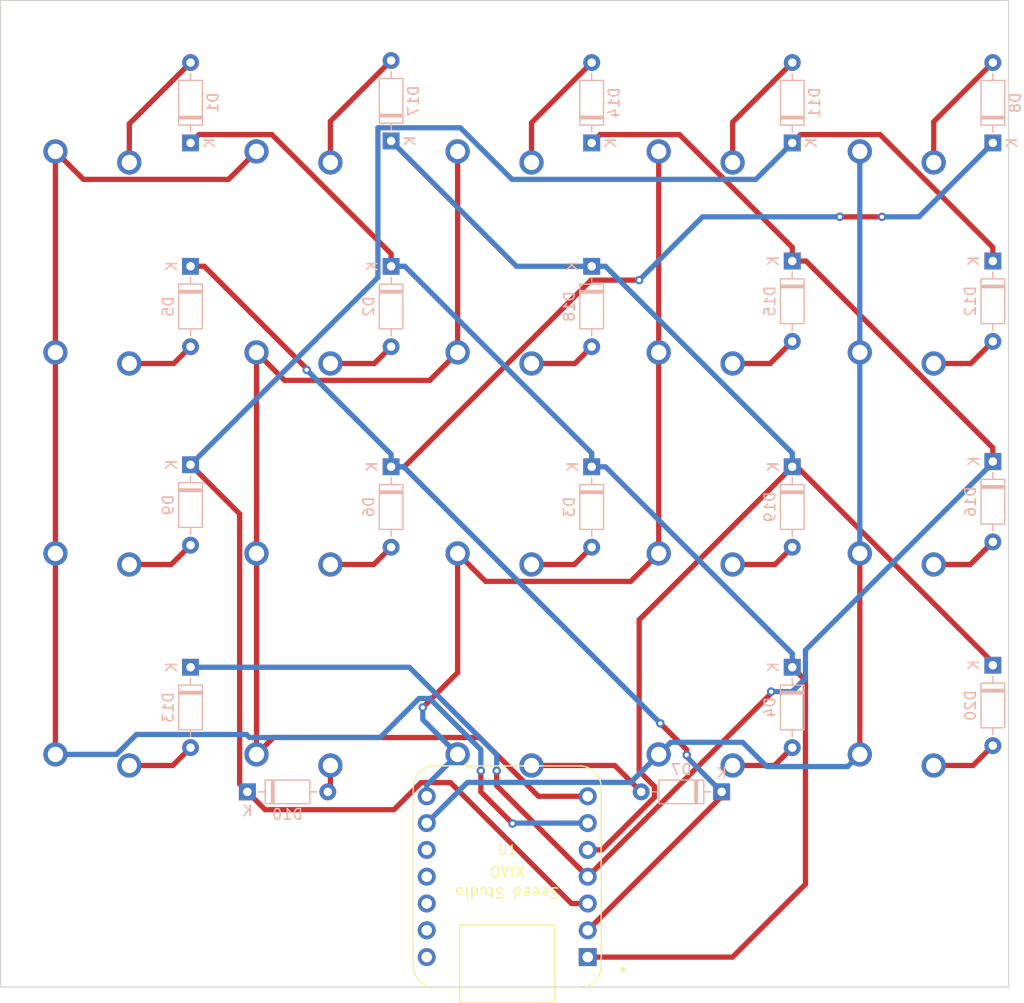
<source format=kicad_pcb>
(kicad_pcb (version 20221018) (generator pcbnew)
  (layers (0 "F.Cu" signal) (31 "B.Cu" signal) (34 "B.Paste" user) (35 "F.Paste" user) (36 "B.SilkS" user "B.Silkscreen") (37 "F.SilkS" user "F.Silkscreen") (38 "B.Mask" user) (39 "F.Mask" user) (44 "Edge.Cuts" user))
  (net 0 "")
  (net 1 "Net-(D1-K)")
  (net 2 "Net-(D1-A)")
  (net 3 "Net-(D2-A)")
  (net 4 "Net-(D3-A)")
  (net 5 "Net-(D4-A)")
  (net 6 "Net-(D5-K)")
  (net 7 "Net-(D5-A)")
  (net 8 "Net-(D6-A)")
  (net 9 "Net-(D7-A)")
  (net 10 "Net-(D8-A)")
  (net 11 "Net-(D10-K)")
  (net 12 "Net-(D9-A)")
  (net 13 "Net-(D10-A)")
  (net 14 "Net-(D11-A)")
  (net 15 "Net-(D12-A)")
  (net 16 "Net-(D13-K)")
  (net 17 "Net-(D13-A)")
  (net 18 "Net-(D14-A)")
  (net 19 "Net-(D15-A)")
  (net 20 "Net-(D16-A)")
  (net 21 "Net-(D17-K)")
  (net 22 "Net-(D17-A)")
  (net 23 "Net-(D18-A)")
  (net 24 "Net-(D19-A)")
  (net 25 "Net-(D20-A)")
  (net 26 "+3.3V")
  (net 27 "GND")
  (net 28 "Net-(D21-DIN)")
  (net 29 "Net-(U1-PA9_A5_D5_SCL)")
  (net 30 "Net-(U1-PB08_A6_D6_TX)")
  (net 31 "Net-(U1-PB09_A7_D7_RX)")
  (net 32 "Net-(U1-PA7_A8_D8_SCK)")
  (footprint "gateron 1u:Gateron-KS33-Solderable-1U" (layer "F.Cu") (at 137.7 80.2)
    (fp_text reference "SW11")
    (fp_text value "SW_Push")
    (pad "" np_thru_hole circle (at 0 0 180) (size 5.1 5.1) (drill 5.1) (layers "F&B.Cu" "*.Mask"))
    (pad "1" thru_hole circle (at -4.4 4.7 180) (size 2.3 2.3) (drill 1.45) (layers "*.Cu" "B.Mask") (net 31 "Net-(U1-PB09_A7_D7_RX)"))
    (pad "2" thru_hole circle (at 2.6 5.75 180) (size 2.3 2.3) (drill 1.45) (layers "*.Cu" "B.Mask") (net 4 "Net-(D3-A)"))
  )
  (footprint "gateron 1u:Gateron-KS33-Solderable-1U" (layer "F.Cu") (at 118.65 61.15)
    (fp_text reference "SW6")
    (fp_text value "SW_Push")
    (pad "" np_thru_hole circle (at 0 0 180) (size 5.1 5.1) (drill 5.1) (layers "F&B.Cu" "*.Mask"))
    (pad "1" thru_hole circle (at -4.4 4.7 180) (size 2.3 2.3) (drill 1.45) (layers "*.Cu" "B.Mask") (net 30 "Net-(U1-PB08_A6_D6_TX)"))
    (pad "2" thru_hole circle (at 2.6 5.75 180) (size 2.3 2.3) (drill 1.45) (layers "*.Cu" "B.Mask") (net 3 "Net-(D2-A)"))
  )
  (footprint "gateron 1u:Gateron-KS33-Solderable-1U" (layer "F.Cu") (at 137.7 99.25)
    (fp_text reference "SW12")
    (fp_text value "SW_Push")
    (pad "" np_thru_hole circle (at 0 0 180) (size 5.1 5.1) (drill 5.1) (layers "F&B.Cu" "*.Mask"))
    (pad "1" thru_hole circle (at -4.4 4.7 180) (size 2.3 2.3) (drill 1.45) (layers "*.Cu" "B.Mask") (net 31 "Net-(U1-PB09_A7_D7_RX)"))
    (pad "2" thru_hole circle (at 2.6 5.75 180) (size 2.3 2.3) (drill 1.45) (layers "*.Cu" "B.Mask") (net 9 "Net-(D7-A)"))
  )
  (footprint "gateron 1u:Gateron-KS33-Solderable-1U" (layer "F.Cu") (at 156.75 80.2)
    (fp_text reference "SW15")
    (fp_text value "SW_Push")
    (pad "" np_thru_hole circle (at 0 0 180) (size 5.1 5.1) (drill 5.1) (layers "F&B.Cu" "*.Mask"))
    (pad "1" thru_hole circle (at -4.4 4.7 180) (size 2.3 2.3) (drill 1.45) (layers "*.Cu" "B.Mask") (net 31 "Net-(U1-PB09_A7_D7_RX)"))
    (pad "2" thru_hole circle (at 2.6 5.75 180) (size 2.3 2.3) (drill 1.45) (layers "*.Cu" "B.Mask") (net 24 "Net-(D19-A)"))
  )
  (footprint "gateron 1u:Gateron-KS33-Solderable-1U" (layer "F.Cu") (at 118.65 80.2)
    (fp_text reference "SW7")
    (fp_text value "SW_Push")
    (pad "" np_thru_hole circle (at 0 0 180) (size 5.1 5.1) (drill 5.1) (layers "F&B.Cu" "*.Mask"))
    (pad "1" thru_hole circle (at -4.4 4.7 180) (size 2.3 2.3) (drill 1.45) (layers "*.Cu" "B.Mask") (net 30 "Net-(U1-PB08_A6_D6_TX)"))
    (pad "2" thru_hole circle (at 2.6 5.75 180) (size 2.3 2.3) (drill 1.45) (layers "*.Cu" "B.Mask") (net 8 "Net-(D6-A)"))
  )
  (footprint "gateron 1u:XIAO-Generic-Thruhole-14P-2.54-21X17.8MM" (layer "F.Cu") (at 138 115.54 180)
    (fp_text reference "U1" (at 0 2.54) (layer "F.SilkS") (effects (font (size 0.889 0.889) (thickness 0.1016))))
    (fp_text value "MOUDLE-SEEEDUINO-XIAO" hide)
    (fp_text user "XIAO" (at 0 0.5 180 unlocked) (layer "F.SilkS"))
    (fp_text user "Seeed Studio" (at 0 -1.5 180 unlocked) (layer "F.SilkS"))
    (pad "1" thru_hole rect (at -7.625 -7.62 180) (size 1.7 1.7) (drill 1) (layers "*.Cu" "*.Mask") (net 1 "Net-(D1-K)"))
    (pad "2" thru_hole circle (at -7.625 -5.08 180) (size 1.7 1.7) (drill 1) (layers "*.Cu" "*.Mask") (net 6 "Net-(D5-K)"))
    (pad "3" thru_hole circle (at -7.625 -2.54 180) (size 1.7 1.7) (drill 1) (layers "*.Cu" "*.Mask") (net 11 "Net-(D10-K)"))
    (pad "4" thru_hole circle (at -7.625 0 180) (size 1.7 1.7) (drill 1) (layers "*.Cu" "*.Mask") (net 16 "Net-(D13-K)"))
    (pad "5" thru_hole circle (at -7.625 2.54 180) (size 1.7 1.7) (drill 1) (layers "*.Cu" "*.Mask") (net 21 "Net-(D17-K)"))
    (pad "6" thru_hole circle (at -7.625 5.08) (size 1.7 1.7) (drill 1) (layers "*.Cu" "*.Mask") (net 29 "Net-(U1-PA9_A5_D5_SCL)"))
    (pad "7" thru_hole circle (at -7.625 7.62 180) (size 1.7 1.7) (drill 1) (layers "*.Cu" "*.Mask") (net 30 "Net-(U1-PB08_A6_D6_TX)"))
    (pad "8" thru_hole circle (at 7.625 7.62 180) (size 1.7 1.7) (drill 1) (layers "*.Cu" "*.Mask") (net 31 "Net-(U1-PB09_A7_D7_RX)"))
    (pad "9" thru_hole circle (at 7.625 5.08 180) (size 1.7 1.7) (drill 1) (layers "*.Cu" "*.Mask") (net 32 "Net-(U1-PA7_A8_D8_SCK)"))
    (pad "10" thru_hole circle (at 7.625 2.54 180) (size 1.7 1.7) (drill 1) (layers "*.Cu" "*.Mask") (net 28 "Net-(D21-DIN)"))
    (pad "11" thru_hole circle (at 7.625 0 180) (size 1.7 1.7) (drill 1) (layers "*.Cu" "*.Mask"))
    (pad "12" thru_hole circle (at 7.625 -2.54 180) (size 1.7 1.7) (drill 1) (layers "*.Cu" "*.Mask") (net 26 "+3.3V"))
    (pad "13" thru_hole circle (at 7.625 -5.08 180) (size 1.7 1.7) (drill 1) (layers "*.Cu" "*.Mask") (net 27 "GND"))
    (pad "14" thru_hole circle (at 7.625 -7.62 180) (size 1.7 1.7) (drill 1) (layers "*.Cu" "*.Mask"))
  )
  (footprint "gateron 1u:Gateron-KS33-Solderable-1U" (layer "F.Cu") (at 175.8 80.2)
    (fp_text reference "SW19")
    (fp_text value "SW_Push")
    (pad "" np_thru_hole circle (at 0 0 180) (size 5.1 5.1) (drill 5.1) (layers "F&B.Cu" "*.Mask"))
    (pad "1" thru_hole circle (at -4.4 4.7 180) (size 2.3 2.3) (drill 1.45) (layers "*.Cu" "B.Mask") (net 32 "Net-(U1-PA7_A8_D8_SCK)"))
    (pad "2" thru_hole circle (at 2.6 5.75 180) (size 2.3 2.3) (drill 1.45) (layers "*.Cu" "B.Mask") (net 20 "Net-(D16-A)"))
  )
  (footprint "gateron 1u:Gateron-KS33-Solderable-1U" (layer "F.Cu") (at 118.65 42.1)
    (fp_text reference "SW5")
    (fp_text value "SW_Push")
    (pad "" np_thru_hole circle (at 0 0 180) (size 5.1 5.1) (drill 5.1) (layers "F&B.Cu" "*.Mask"))
    (pad "1" thru_hole circle (at -4.4 4.7 180) (size 2.3 2.3) (drill 1.45) (layers "*.Cu" "B.Mask") (net 29 "Net-(U1-PA9_A5_D5_SCL)"))
    (pad "2" thru_hole circle (at 2.6 5.75 180) (size 2.3 2.3) (drill 1.45) (layers "*.Cu" "B.Mask") (net 22 "Net-(D17-A)"))
  )
  (footprint "gateron 1u:Gateron-KS33-Solderable-1U" (layer "F.Cu") (at 175.8 42.1)
    (fp_text reference "SW17")
    (fp_text value "SW_Push")
    (pad "" np_thru_hole circle (at 0 0 180) (size 5.1 5.1) (drill 5.1) (layers "F&B.Cu" "*.Mask"))
    (pad "1" thru_hole circle (at -4.4 4.7 180) (size 2.3 2.3) (drill 1.45) (layers "*.Cu" "B.Mask") (net 32 "Net-(U1-PA7_A8_D8_SCK)"))
    (pad "2" thru_hole circle (at 2.6 5.75 180) (size 2.3 2.3) (drill 1.45) (layers "*.Cu" "B.Mask") (net 10 "Net-(D8-A)"))
  )
  (footprint "gateron 1u:Gateron-KS33-Solderable-1U" (layer "F.Cu") (at 99.6 80.2)
    (fp_text reference "SW3")
    (fp_text value "SW_Push")
    (pad "" np_thru_hole circle (at 0 0 180) (size 5.1 5.1) (drill 5.1) (layers "F&B.Cu" "*.Mask"))
    (pad "1" thru_hole circle (at -4.4 4.7 180) (size 2.3 2.3) (drill 1.45) (layers "*.Cu" "B.Mask") (net 29 "Net-(U1-PA9_A5_D5_SCL)"))
    (pad "2" thru_hole circle (at 2.6 5.75 180) (size 2.3 2.3) (drill 1.45) (layers "*.Cu" "B.Mask") (net 12 "Net-(D9-A)"))
  )
  (footprint "gateron 1u:Gateron-KS33-Solderable-1U" (layer "F.Cu") (at 118.65 99.25)
    (fp_text reference "SW8")
    (fp_text value "SW_Push")
    (pad "" np_thru_hole circle (at 0 0 180) (size 5.1 5.1) (drill 5.1) (layers "F&B.Cu" "*.Mask"))
    (pad "1" thru_hole circle (at -4.4 4.7 180) (size 2.3 2.3) (drill 1.45) (layers "*.Cu" "B.Mask") (net 30 "Net-(U1-PB08_A6_D6_TX)"))
    (pad "2" thru_hole circle (at 2.6 5.75 180) (size 2.3 2.3) (drill 1.45) (layers "*.Cu" "B.Mask") (net 13 "Net-(D10-A)"))
  )
  (footprint "gateron 1u:Gateron-KS33-Solderable-1U" (layer "F.Cu") (at 137.7 42.1)
    (fp_text reference "SW9")
    (fp_text value "SW_Push")
    (pad "" np_thru_hole circle (at 0 0 180) (size 5.1 5.1) (drill 5.1) (layers "F&B.Cu" "*.Mask"))
    (pad "1" thru_hole circle (at -4.4 4.7 180) (size 2.3 2.3) (drill 1.45) (layers "*.Cu" "B.Mask") (net 30 "Net-(U1-PB08_A6_D6_TX)"))
    (pad "2" thru_hole circle (at 2.6 5.75 180) (size 2.3 2.3) (drill 1.45) (layers "*.Cu" "B.Mask") (net 18 "Net-(D14-A)"))
  )
  (footprint "gateron 1u:Gateron-KS33-Solderable-1U" (layer "F.Cu") (at 137.7 61.15)
    (fp_text reference "SW10")
    (fp_text value "SW_Push")
    (pad "" np_thru_hole circle (at 0 0 180) (size 5.1 5.1) (drill 5.1) (layers "F&B.Cu" "*.Mask"))
    (pad "1" thru_hole circle (at -4.4 4.7 180) (size 2.3 2.3) (drill 1.45) (layers "*.Cu" "B.Mask") (net 30 "Net-(U1-PB08_A6_D6_TX)"))
    (pad "2" thru_hole circle (at 2.6 5.75 180) (size 2.3 2.3) (drill 1.45) (layers "*.Cu" "B.Mask") (net 23 "Net-(D18-A)"))
  )
  (footprint "gateron 1u:Gateron-KS33-Solderable-1U" (layer "F.Cu") (at 156.75 42.1)
    (fp_text reference "SW13")
    (fp_text value "SW_Push")
    (pad "" np_thru_hole circle (at 0 0 180) (size 5.1 5.1) (drill 5.1) (layers "F&B.Cu" "*.Mask"))
    (pad "1" thru_hole circle (at -4.4 4.7 180) (size 2.3 2.3) (drill 1.45) (layers "*.Cu" "B.Mask") (net 31 "Net-(U1-PB09_A7_D7_RX)"))
    (pad "2" thru_hole circle (at 2.6 5.75 180) (size 2.3 2.3) (drill 1.45) (layers "*.Cu" "B.Mask") (net 14 "Net-(D11-A)"))
  )
  (footprint "gateron 1u:Gateron-KS33-Solderable-1U" (layer "F.Cu") (at 99.6 99.25)
    (fp_text reference "SW4")
    (fp_text value "SW_Push")
    (pad "" np_thru_hole circle (at 0 0 180) (size 5.1 5.1) (drill 5.1) (layers "F&B.Cu" "*.Mask"))
    (pad "1" thru_hole circle (at -4.4 4.7 180) (size 2.3 2.3) (drill 1.45) (layers "*.Cu" "B.Mask") (net 29 "Net-(U1-PA9_A5_D5_SCL)"))
    (pad "2" thru_hole circle (at 2.6 5.75 180) (size 2.3 2.3) (drill 1.45) (layers "*.Cu" "B.Mask") (net 17 "Net-(D13-A)"))
  )
  (footprint "gateron 1u:Gateron-KS33-Solderable-1U" (layer "F.Cu") (at 99.6 42.1)
    (fp_text reference "SW1")
    (fp_text value "SW_Push")
    (pad "" np_thru_hole circle (at 0 0 180) (size 5.1 5.1) (drill 5.1) (layers "F&B.Cu" "*.Mask"))
    (pad "1" thru_hole circle (at -4.4 4.7 180) (size 2.3 2.3) (drill 1.45) (layers "*.Cu" "B.Mask") (net 29 "Net-(U1-PA9_A5_D5_SCL)"))
    (pad "2" thru_hole circle (at 2.6 5.75 180) (size 2.3 2.3) (drill 1.45) (layers "*.Cu" "B.Mask") (net 2 "Net-(D1-A)"))
  )
  (footprint "gateron 1u:Gateron-KS33-Solderable-1U" (layer "F.Cu") (at 99.6 61.15)
    (fp_text reference "SW2")
    (fp_text value "SW_Push")
    (pad "" np_thru_hole circle (at 0 0 180) (size 5.1 5.1) (drill 5.1) (layers "F&B.Cu" "*.Mask"))
    (pad "1" thru_hole circle (at -4.4 4.7 180) (size 2.3 2.3) (drill 1.45) (layers "*.Cu" "B.Mask") (net 29 "Net-(U1-PA9_A5_D5_SCL)"))
    (pad "2" thru_hole circle (at 2.6 5.75 180) (size 2.3 2.3) (drill 1.45) (layers "*.Cu" "B.Mask") (net 7 "Net-(D5-A)"))
  )
  (footprint "gateron 1u:Gateron-KS33-Solderable-1U" (layer "F.Cu") (at 156.75 99.25)
    (fp_text reference "SW16")
    (fp_text value "SW_Push")
    (pad "" np_thru_hole circle (at 0 0 180) (size 5.1 5.1) (drill 5.1) (layers "F&B.Cu" "*.Mask"))
    (pad "1" thru_hole circle (at -4.4 4.7 180) (size 2.3 2.3) (drill 1.45) (layers "*.Cu" "B.Mask") (net 32 "Net-(U1-PA7_A8_D8_SCK)"))
    (pad "2" thru_hole circle (at 2.6 5.75 180) (size 2.3 2.3) (drill 1.45) (layers "*.Cu" "B.Mask") (net 5 "Net-(D4-A)"))
  )
  (footprint "gateron 1u:Gateron-KS33-Solderable-1U" (layer "F.Cu") (at 156.75 61.15)
    (fp_text reference "SW14")
    (fp_text value "SW_Push")
    (pad "" np_thru_hole circle (at 0 0 180) (size 5.1 5.1) (drill 5.1) (layers "F&B.Cu" "*.Mask"))
    (pad "1" thru_hole circle (at -4.4 4.7 180) (size 2.3 2.3) (drill 1.45) (layers "*.Cu" "B.Mask") (net 31 "Net-(U1-PB09_A7_D7_RX)"))
    (pad "2" thru_hole circle (at 2.6 5.75 180) (size 2.3 2.3) (drill 1.45) (layers "*.Cu" "B.Mask") (net 19 "Net-(D15-A)"))
  )
  (footprint "gateron 1u:Gateron-KS33-Solderable-1U" (layer "F.Cu") (at 175.8 99.25)
    (fp_text reference "SW20")
    (fp_text value "SW_Push")
    (pad "" np_thru_hole circle (at 0 0 180) (size 5.1 5.1) (drill 5.1) (layers "F&B.Cu" "*.Mask"))
    (pad "1" thru_hole circle (at -4.4 4.7 180) (size 2.3 2.3) (drill 1.45) (layers "*.Cu" "B.Mask") (net 32 "Net-(U1-PA7_A8_D8_SCK)"))
    (pad "2" thru_hole circle (at 2.6 5.75 180) (size 2.3 2.3) (drill 1.45) (layers "*.Cu" "B.Mask") (net 25 "Net-(D20-A)"))
  )
  (footprint "gateron 1u:Gateron-KS33-Solderable-1U" (layer "F.Cu") (at 175.8 61.15)
    (fp_text reference "SW18")
    (fp_text value "SW_Push")
    (pad "" np_thru_hole circle (at 0 0 180) (size 5.1 5.1) (drill 5.1) (layers "F&B.Cu" "*.Mask"))
    (pad "1" thru_hole circle (at -4.4 4.7 180) (size 2.3 2.3) (drill 1.45) (layers "*.Cu" "B.Mask") (net 32 "Net-(U1-PA7_A8_D8_SCK)"))
    (pad "2" thru_hole circle (at 2.6 5.75 180) (size 2.3 2.3) (drill 1.45) (layers "*.Cu" "B.Mask") (net 15 "Net-(D12-A)"))
  )
  (footprint "Diode_THT:D_DO-35_SOD27_P7.62mm_Horizontal" (layer "B.Cu") (at 184 95.5 -90)
    (fp_text reference "D20" (at 3.81 2.12 90) (layer "B.SilkS") (effects (justify mirror)))
    (fp_text value "1N4148")
    (fp_text user "K" (at 0 1.8 90) (layer "B.SilkS") (effects (justify mirror)))
    (pad "1" thru_hole rect (at 0 0 270) (size 1.6 1.6) (drill 0.8) (layers "*.Cu" "*.Mask") (net 21 "Net-(D17-K)"))
    (pad "2" thru_hole oval (at 7.62 0 270) (size 1.6 1.6) (drill 0.8) (layers "*.Cu" "*.Mask") (net 25 "Net-(D20-A)"))
  )
  (footprint "Diode_THT:D_DO-35_SOD27_P7.62mm_Horizontal" (layer "B.Cu") (at 127 76.69 -90)
    (fp_text reference "D6" (at 3.81 2.12 90) (layer "B.SilkS") (effects (justify mirror)))
    (fp_text value "1N4148")
    (fp_text user "K" (at 0 1.8 90) (layer "B.SilkS") (effects (justify mirror)))
    (pad "1" thru_hole rect (at 0 0 270) (size 1.6 1.6) (drill 0.8) (layers "*.Cu" "*.Mask") (net 6 "Net-(D5-K)"))
    (pad "2" thru_hole oval (at 7.62 0 270) (size 1.6 1.6) (drill 0.8) (layers "*.Cu" "*.Mask") (net 8 "Net-(D6-A)"))
  )
  (footprint "Diode_THT:D_DO-35_SOD27_P7.62mm_Horizontal" (layer "B.Cu") (at 108 95.69 -90)
    (fp_text reference "D13" (at 3.81 2.12 90) (layer "B.SilkS") (effects (justify mirror)))
    (fp_text value "1N4148")
    (fp_text user "K" (at 0 1.8 90) (layer "B.SilkS") (effects (justify mirror)))
    (pad "1" thru_hole rect (at 0 0 270) (size 1.6 1.6) (drill 0.8) (layers "*.Cu" "*.Mask") (net 16 "Net-(D13-K)"))
    (pad "2" thru_hole oval (at 7.62 0 270) (size 1.6 1.6) (drill 0.8) (layers "*.Cu" "*.Mask") (net 17 "Net-(D13-A)"))
  )
  (footprint "Diode_THT:D_DO-35_SOD27_P7.62mm_Horizontal" (layer "B.Cu") (at 127 45.81 90)
    (fp_text reference "D17" (at 3.81 2.12 90) (layer "B.SilkS") (effects (justify mirror)))
    (fp_text value "1N4148")
    (fp_text user "K" (at 0 1.8 90) (layer "B.SilkS") (effects (justify mirror)))
    (pad "1" thru_hole rect (at 0 0 90) (size 1.6 1.6) (drill 0.8) (layers "*.Cu" "*.Mask") (net 21 "Net-(D17-K)"))
    (pad "2" thru_hole oval (at 7.62 0 90) (size 1.6 1.6) (drill 0.8) (layers "*.Cu" "*.Mask") (net 22 "Net-(D17-A)"))
  )
  (footprint "Diode_THT:D_DO-35_SOD27_P7.62mm_Horizontal" (layer "B.Cu") (at 127 57.69 -90)
    (fp_text reference "D2" (at 3.81 2.12 90) (layer "B.SilkS") (effects (justify mirror)))
    (fp_text value "1N4148")
    (fp_text user "K" (at 0 1.8 90) (layer "B.SilkS") (effects (justify mirror)))
    (pad "1" thru_hole rect (at 0 0 270) (size 1.6 1.6) (drill 0.8) (layers "*.Cu" "*.Mask") (net 1 "Net-(D1-K)"))
    (pad "2" thru_hole oval (at 7.62 0 270) (size 1.6 1.6) (drill 0.8) (layers "*.Cu" "*.Mask") (net 3 "Net-(D2-A)"))
  )
  (footprint "Diode_THT:D_DO-35_SOD27_P7.62mm_Horizontal" (layer "B.Cu") (at 184 76.19 -90)
    (fp_text reference "D16" (at 3.81 2.12 90) (layer "B.SilkS") (effects (justify mirror)))
    (fp_text value "1N4148")
    (fp_text user "K" (at 0 1.8 90) (layer "B.SilkS") (effects (justify mirror)))
    (pad "1" thru_hole rect (at 0 0 270) (size 1.6 1.6) (drill 0.8) (layers "*.Cu" "*.Mask") (net 16 "Net-(D13-K)"))
    (pad "2" thru_hole oval (at 7.62 0 270) (size 1.6 1.6) (drill 0.8) (layers "*.Cu" "*.Mask") (net 20 "Net-(D16-A)"))
  )
  (footprint "Diode_THT:D_DO-35_SOD27_P7.62mm_Horizontal" (layer "B.Cu") (at 158.31 107.5 180)
    (fp_text reference "D7" (at 3.81 2.12) (layer "B.SilkS") (effects (justify mirror)))
    (fp_text value "1N4148")
    (fp_text user "K" (at 0 1.8) (layer "B.SilkS") (effects (justify mirror)))
    (pad "1" thru_hole rect (at 0 0 180) (size 1.6 1.6) (drill 0.8) (layers "*.Cu" "*.Mask") (net 6 "Net-(D5-K)"))
    (pad "2" thru_hole oval (at 7.62 0 180) (size 1.6 1.6) (drill 0.8) (layers "*.Cu" "*.Mask") (net 9 "Net-(D7-A)"))
  )
  (footprint "Diode_THT:D_DO-35_SOD27_P7.62mm_Horizontal" (layer "B.Cu") (at 165 76.69 -90)
    (fp_text reference "D19" (at 3.81 2.12 90) (layer "B.SilkS") (effects (justify mirror)))
    (fp_text value "1N4148")
    (fp_text user "K" (at 0 1.8 90) (layer "B.SilkS") (effects (justify mirror)))
    (pad "1" thru_hole rect (at 0 0 270) (size 1.6 1.6) (drill 0.8) (layers "*.Cu" "*.Mask") (net 21 "Net-(D17-K)"))
    (pad "2" thru_hole oval (at 7.62 0 270) (size 1.6 1.6) (drill 0.8) (layers "*.Cu" "*.Mask") (net 24 "Net-(D19-A)"))
  )
  (footprint "Diode_THT:D_DO-35_SOD27_P7.62mm_Horizontal" (layer "B.Cu") (at 146 57.69 -90)
    (fp_text reference "D18" (at 3.81 2.12 90) (layer "B.SilkS") (effects (justify mirror)))
    (fp_text value "1N4148")
    (fp_text user "K" (at 0 1.8 90) (layer "B.SilkS") (effects (justify mirror)))
    (pad "1" thru_hole rect (at 0 0 270) (size 1.6 1.6) (drill 0.8) (layers "*.Cu" "*.Mask") (net 21 "Net-(D17-K)"))
    (pad "2" thru_hole oval (at 7.62 0 270) (size 1.6 1.6) (drill 0.8) (layers "*.Cu" "*.Mask") (net 23 "Net-(D18-A)"))
  )
  (footprint "Diode_THT:D_DO-35_SOD27_P7.62mm_Horizontal" (layer "B.Cu") (at 184 46 90)
    (fp_text reference "D8" (at 3.81 2.12 90) (layer "B.SilkS") (effects (justify mirror)))
    (fp_text value "1N4148")
    (fp_text user "K" (at 0 1.8 90) (layer "B.SilkS") (effects (justify mirror)))
    (pad "1" thru_hole rect (at 0 0 90) (size 1.6 1.6) (drill 0.8) (layers "*.Cu" "*.Mask") (net 6 "Net-(D5-K)"))
    (pad "2" thru_hole oval (at 7.62 0 90) (size 1.6 1.6) (drill 0.8) (layers "*.Cu" "*.Mask") (net 10 "Net-(D8-A)"))
  )
  (footprint "Diode_THT:D_DO-35_SOD27_P7.62mm_Horizontal" (layer "B.Cu") (at 165 46 90)
    (fp_text reference "D11" (at 3.81 2.12 90) (layer "B.SilkS") (effects (justify mirror)))
    (fp_text value "1N4148")
    (fp_text user "K" (at 0 1.8 90) (layer "B.SilkS") (effects (justify mirror)))
    (pad "1" thru_hole rect (at 0 0 90) (size 1.6 1.6) (drill 0.8) (layers "*.Cu" "*.Mask") (net 11 "Net-(D10-K)"))
    (pad "2" thru_hole oval (at 7.62 0 90) (size 1.6 1.6) (drill 0.8) (layers "*.Cu" "*.Mask") (net 14 "Net-(D11-A)"))
  )
  (footprint "Diode_THT:D_DO-35_SOD27_P7.62mm_Horizontal" (layer "B.Cu") (at 146 76.69 -90)
    (fp_text reference "D3" (at 3.81 2.12 90) (layer "B.SilkS") (effects (justify mirror)))
    (fp_text value "1N4148")
    (fp_text user "K" (at 0 1.8 90) (layer "B.SilkS") (effects (justify mirror)))
    (pad "1" thru_hole rect (at 0 0 270) (size 1.6 1.6) (drill 0.8) (layers "*.Cu" "*.Mask") (net 1 "Net-(D1-K)"))
    (pad "2" thru_hole oval (at 7.62 0 270) (size 1.6 1.6) (drill 0.8) (layers "*.Cu" "*.Mask") (net 4 "Net-(D3-A)"))
  )
  (footprint "Diode_THT:D_DO-35_SOD27_P7.62mm_Horizontal" (layer "B.Cu") (at 165 95.69 -90)
    (fp_text reference "D4" (at 3.81 2.12 90) (layer "B.SilkS") (effects (justify mirror)))
    (fp_text value "1N4148")
    (fp_text user "K" (at 0 1.8 90) (layer "B.SilkS") (effects (justify mirror)))
    (pad "1" thru_hole rect (at 0 0 270) (size 1.6 1.6) (drill 0.8) (layers "*.Cu" "*.Mask") (net 1 "Net-(D1-K)"))
    (pad "2" thru_hole oval (at 7.62 0 270) (size 1.6 1.6) (drill 0.8) (layers "*.Cu" "*.Mask") (net 5 "Net-(D4-A)"))
  )
  (footprint "Diode_THT:D_DO-35_SOD27_P7.62mm_Horizontal" (layer "B.Cu") (at 146 46 90)
    (fp_text reference "D14" (at 3.81 2.12 90) (layer "B.SilkS") (effects (justify mirror)))
    (fp_text value "1N4148")
    (fp_text user "K" (at 0 1.8 90) (layer "B.SilkS") (effects (justify mirror)))
    (pad "1" thru_hole rect (at 0 0 90) (size 1.6 1.6) (drill 0.8) (layers "*.Cu" "*.Mask") (net 16 "Net-(D13-K)"))
    (pad "2" thru_hole oval (at 7.62 0 90) (size 1.6 1.6) (drill 0.8) (layers "*.Cu" "*.Mask") (net 18 "Net-(D14-A)"))
  )
  (footprint "Diode_THT:D_DO-35_SOD27_P7.62mm_Horizontal" (layer "B.Cu") (at 108 46 90)
    (fp_text reference "D1" (at 3.81 2.12 90) (layer "B.SilkS") (effects (justify mirror)))
    (fp_text value "1N4148")
    (fp_text user "K" (at 0 1.8 90) (layer "B.SilkS") (effects (justify mirror)))
    (pad "1" thru_hole rect (at 0 0 90) (size 1.6 1.6) (drill 0.8) (layers "*.Cu" "*.Mask") (net 1 "Net-(D1-K)"))
    (pad "2" thru_hole oval (at 7.62 0 90) (size 1.6 1.6) (drill 0.8) (layers "*.Cu" "*.Mask") (net 2 "Net-(D1-A)"))
  )
  (footprint "Diode_THT:D_DO-35_SOD27_P7.62mm_Horizontal" (layer "B.Cu") (at 108 76.5 -90)
    (fp_text reference "D9" (at 3.81 2.12 90) (layer "B.SilkS") (effects (justify mirror)))
    (fp_text value "1N4148")
    (fp_text user "K" (at 0 1.8 90) (layer "B.SilkS") (effects (justify mirror)))
    (pad "1" thru_hole rect (at 0 0 270) (size 1.6 1.6) (drill 0.8) (layers "*.Cu" "*.Mask") (net 11 "Net-(D10-K)"))
    (pad "2" thru_hole oval (at 7.62 0 270) (size 1.6 1.6) (drill 0.8) (layers "*.Cu" "*.Mask") (net 12 "Net-(D9-A)"))
  )
  (footprint "Diode_THT:D_DO-35_SOD27_P7.62mm_Horizontal" (layer "B.Cu") (at 113.38 107.5)
    (fp_text reference "D10" (at 3.81 2.12) (layer "B.SilkS") (effects (justify mirror)))
    (fp_text value "1N4148")
    (fp_text user "K" (at 0 1.8) (layer "B.SilkS") (effects (justify mirror)))
    (pad "1" thru_hole rect (at 0 0) (size 1.6 1.6) (drill 0.8) (layers "*.Cu" "*.Mask") (net 11 "Net-(D10-K)"))
    (pad "2" thru_hole oval (at 7.62 0) (size 1.6 1.6) (drill 0.8) (layers "*.Cu" "*.Mask") (net 13 "Net-(D10-A)"))
  )
  (footprint "Diode_THT:D_DO-35_SOD27_P7.62mm_Horizontal" (layer "B.Cu") (at 165 57.19 -90)
    (fp_text reference "D15" (at 3.81 2.12 90) (layer "B.SilkS") (effects (justify mirror)))
    (fp_text value "1N4148")
    (fp_text user "K" (at 0 1.8 90) (layer "B.SilkS") (effects (justify mirror)))
    (pad "1" thru_hole rect (at 0 0 270) (size 1.6 1.6) (drill 0.8) (layers "*.Cu" "*.Mask") (net 16 "Net-(D13-K)"))
    (pad "2" thru_hole oval (at 7.62 0 270) (size 1.6 1.6) (drill 0.8) (layers "*.Cu" "*.Mask") (net 19 "Net-(D15-A)"))
  )
  (footprint "Diode_THT:D_DO-35_SOD27_P7.62mm_Horizontal" (layer "B.Cu") (at 184 57.19 -90)
    (fp_text reference "D12" (at 3.81 2.12 90) (layer "B.SilkS") (effects (justify mirror)))
    (fp_text value "1N4148")
    (fp_text user "K" (at 0 1.8 90) (layer "B.SilkS") (effects (justify mirror)))
    (pad "1" thru_hole rect (at 0 0 270) (size 1.6 1.6) (drill 0.8) (layers "*.Cu" "*.Mask") (net 11 "Net-(D10-K)"))
    (pad "2" thru_hole oval (at 7.62 0 270) (size 1.6 1.6) (drill 0.8) (layers "*.Cu" "*.Mask") (net 15 "Net-(D12-A)"))
  )
  (footprint "Diode_THT:D_DO-35_SOD27_P7.62mm_Horizontal" (layer "B.Cu") (at 108 57.69 -90)
    (fp_text reference "D5" (at 3.81 2.12 90) (layer "B.SilkS") (effects (justify mirror)))
    (fp_text value "1N4148")
    (fp_text user "K" (at 0 1.8 90) (layer "B.SilkS") (effects (justify mirror)))
    (pad "1" thru_hole rect (at 0 0 270) (size 1.6 1.6) (drill 0.8) (layers "*.Cu" "*.Mask") (net 6 "Net-(D5-K)"))
    (pad "2" thru_hole oval (at 7.62 0 270) (size 1.6 1.6) (drill 0.8) (layers "*.Cu" "*.Mask") (net 7 "Net-(D5-A)"))
  )
  (gr_rect (start 90 32.5) (end 185.5 126) (stroke (width 0.1)) (fill none) (layer "Edge.Cuts"))
  (segment (start 108.8 45.2) (end 115.7 45.2) (width 0.5) (layer "F.Cu") (net 1))
  (segment (start 127 56.5) (end 127 57.69) (width 0.5) (layer "F.Cu") (net 1))
  (segment (start 166.25 96.94) (end 166.25 116.25) (width 0.5) (layer "F.Cu") (net 1))
  (segment (start 108 46) (end 108.8 45.2) (width 0.5) (layer "F.Cu") (net 1))
  (segment (start 115.7 45.2) (end 127 56.5) (width 0.5) (layer "F.Cu") (net 1))
  (segment (start 166.25 116.25) (end 159.34 123.16) (width 0.5) (layer "F.Cu") (net 1))
  (segment (start 165 95.69) (end 166.25 96.94) (width 0.5) (layer "F.Cu") (net 1))
  (segment (start 159.34 123.16) (end 145.625 123.16) (width 0.5) (layer "F.Cu") (net 1))
  (segment (start 147.3 76.69) (end 165 94.39) (width 0.5) (layer "B.Cu") (net 1))
  (segment (start 146 76.69) (end 147.3 76.69) (width 0.5) (layer "B.Cu") (net 1))
  (segment (start 127 57.69) (end 128.3 57.69) (width 0.5) (layer "B.Cu") (net 1))
  (segment (start 128.3 57.69) (end 146 75.39) (width 0.5) (layer "B.Cu") (net 1))
  (segment (start 165 94.39) (end 165 95.69) (width 0.5) (layer "B.Cu") (net 1))
  (segment (start 146 75.39) (end 146 76.69) (width 0.5) (layer "B.Cu") (net 1))
  (segment (start 102.2 47.85) (end 102.2 44.18) (width 0.5) (layer "F.Cu") (net 2))
  (segment (start 102.2 44.18) (end 108 38.38) (width 0.5) (layer "F.Cu") (net 2))
  (segment (start 125.41 66.9) (end 127 65.31) (width 0.5) (layer "F.Cu") (net 3))
  (segment (start 121.25 66.9) (end 125.41 66.9) (width 0.5) (layer "F.Cu") (net 3))
  (segment (start 140.3 85.95) (end 144.36 85.95) (width 0.5) (layer "F.Cu") (net 4))
  (segment (start 144.36 85.95) (end 146 84.31) (width 0.5) (layer "F.Cu") (net 4))
  (segment (start 163.31 105) (end 165 103.31) (width 0.5) (layer "F.Cu") (net 5))
  (segment (start 159.35 105) (end 163.31 105) (width 0.5) (layer "F.Cu") (net 5))
  (segment (start 152.5 101) (end 155 103.5) (width 0.5) (layer "F.Cu") (net 6))
  (segment (start 109.3 57.69) (end 119 67.39) (width 0.5) (layer "F.Cu") (net 6))
  (segment (start 145.937258 59) (end 128.247258 76.69) (width 0.5) (layer "F.Cu") (net 6))
  (segment (start 158.31 107.935) (end 145.625 120.62) (width 0.5) (layer "F.Cu") (net 6))
  (segment (start 155 103.5) (end 155 104) (width 0.5) (layer "F.Cu") (net 6))
  (segment (start 119 67.39) (end 119 67.5) (width 0.5) (layer "F.Cu") (net 6))
  (segment (start 128.247258 76.69) (end 127 76.69) (width 0.5) (layer "F.Cu") (net 6))
  (segment (start 173.5 53) (end 169.5 53) (width 0.5) (layer "F.Cu") (net 6))
  (segment (start 150.5 59) (end 145.937258 59) (width 0.5) (layer "F.Cu") (net 6))
  (segment (start 108 57.69) (end 109.3 57.69) (width 0.5) (layer "F.Cu") (net 6))
  (segment (start 158.31 107.5) (end 158.31 107.935) (width 0.5) (layer "F.Cu") (net 6))
  (via (at 152.5 101) (size 0.8) (drill 0.4) (layers "F.Cu" "B.Cu") (net 6))
  (via (at 119 67.5) (size 0.8) (drill 0.4) (layers "F.Cu" "B.Cu") (net 6))
  (via (at 173.5 53) (size 0.8) (drill 0.4) (layers "F.Cu" "B.Cu") (net 6))
  (via (at 150.5 59) (size 0.8) (drill 0.4) (layers "F.Cu" "B.Cu") (net 6))
  (via (at 155 104) (size 0.8) (drill 0.4) (layers "F.Cu" "B.Cu") (net 6))
  (via (at 169.5 53) (size 0.8) (drill 0.4) (layers "F.Cu" "B.Cu") (net 6))
  (segment (start 127 75.5) (end 127 76.69) (width 0.5) (layer "B.Cu") (net 6))
  (segment (start 127 76.69) (end 128.19 76.69) (width 0.5) (layer "B.Cu") (net 6))
  (segment (start 184 46) (end 177 53) (width 0.5) (layer "B.Cu") (net 6))
  (segment (start 169.5 53) (end 156.5 53) (width 0.5) (layer "B.Cu") (net 6))
  (segment (start 128.19 76.69) (end 152.5 101) (width 0.5) (layer "B.Cu") (net 6))
  (segment (start 119 67.5) (end 127 75.5) (width 0.5) (layer "B.Cu") (net 6))
  (segment (start 156.5 53) (end 150.5 59) (width 0.5) (layer "B.Cu") (net 6))
  (segment (start 177 53) (end 173.5 53) (width 0.5) (layer "B.Cu") (net 6))
  (segment (start 155 104.19) (end 158.31 107.5) (width 0.5) (layer "B.Cu") (net 6))
  (segment (start 155 104) (end 155 104.19) (width 0.5) (layer "B.Cu") (net 6))
  (segment (start 102.2 66.9) (end 106.41 66.9) (width 0.5) (layer "F.Cu") (net 7))
  (segment (start 106.41 66.9) (end 108 65.31) (width 0.5) (layer "F.Cu") (net 7))
  (segment (start 125.36 85.95) (end 127 84.31) (width 0.5) (layer "F.Cu") (net 8))
  (segment (start 121.25 85.95) (end 125.36 85.95) (width 0.5) (layer "F.Cu") (net 8))
  (segment (start 140.3 105) (end 148.19 105) (width 0.5) (layer "F.Cu") (net 9))
  (segment (start 148.19 105) (end 150.69 107.5) (width 0.5) (layer "F.Cu") (net 9))
  (segment (start 178.4 43.98) (end 184 38.38) (width 0.5) (layer "F.Cu") (net 10))
  (segment (start 178.4 47.85) (end 178.4 43.98) (width 0.5) (layer "F.Cu") (net 10))
  (segment (start 112.65 106.77) (end 112.65 81.15) (width 0.5) (layer "F.Cu") (net 11))
  (segment (start 132.62 106.62) (end 144.08 118.08) (width 0.5) (layer "F.Cu") (net 11))
  (segment (start 113.38 107.5) (end 112.65 106.77) (width 0.5) (layer "F.Cu") (net 11))
  (segment (start 165 46) (end 165.8 45.2) (width 0.5) (layer "F.Cu") (net 11))
  (segment (start 165.8 45.2) (end 173.31 45.2) (width 0.5) (layer "F.Cu") (net 11))
  (segment (start 113.38 107.5) (end 115.07 109.19) (width 0.5) (layer "F.Cu") (net 11))
  (segment (start 173.31 45.2) (end 184 55.89) (width 0.5) (layer "F.Cu") (net 11))
  (segment (start 115.07 109.19) (end 127.266522 109.19) (width 0.5) (layer "F.Cu") (net 11))
  (segment (start 112.65 81.15) (end 108 76.5) (width 0.5) (layer "F.Cu") (net 11))
  (segment (start 184 55.89) (end 184 57.19) (width 0.5) (layer "F.Cu") (net 11))
  (segment (start 144.08 118.08) (end 145.625 118.08) (width 0.5) (layer "F.Cu") (net 11))
  (segment (start 127.266522 109.19) (end 129.836522 106.62) (width 0.5) (layer "F.Cu") (net 11))
  (segment (start 129.836522 106.62) (end 132.62 106.62) (width 0.5) (layer "F.Cu") (net 11))
  (segment (start 125.75 44.56) (end 133.56 44.56) (width 0.5) (layer "B.Cu") (net 11))
  (segment (start 125.75 58.75) (end 125.75 44.56) (width 0.5) (layer "B.Cu") (net 11))
  (segment (start 138.45 49.45) (end 161.55 49.45) (width 0.5) (layer "B.Cu") (net 11))
  (segment (start 161.55 49.45) (end 165 46) (width 0.5) (layer "B.Cu") (net 11))
  (segment (start 133.56 44.56) (end 138.45 49.45) (width 0.5) (layer "B.Cu") (net 11))
  (segment (start 108 76.5) (end 125.75 58.75) (width 0.5) (layer "B.Cu") (net 11))
  (segment (start 106.17 85.95) (end 108 84.12) (width 0.5) (layer "F.Cu") (net 12))
  (segment (start 102.2 85.95) (end 106.17 85.95) (width 0.5) (layer "F.Cu") (net 12))
  (segment (start 121.25 105) (end 121.25 107.25) (width 0.5) (layer "F.Cu") (net 13))
  (segment (start 121.25 107.25) (end 121 107.5) (width 0.5) (layer "F.Cu") (net 13))
  (segment (start 159.35 47.85) (end 159.35 44.03) (width 0.5) (layer "F.Cu") (net 14))
  (segment (start 159.35 44.03) (end 165 38.38) (width 0.5) (layer "F.Cu") (net 14))
  (segment (start 178.4 66.9) (end 181.91 66.9) (width 0.5) (layer "F.Cu") (net 15))
  (segment (start 181.91 66.9) (end 184 64.81) (width 0.5) (layer "F.Cu") (net 15))
  (segment (start 184 76.19) (end 184 74.89) (width 0.5) (layer "F.Cu") (net 16))
  (segment (start 154.31 45.2) (end 146.8 45.2) (width 0.5) (layer "F.Cu") (net 16))
  (segment (start 166.3 57.19) (end 165 57.19) (width 0.5) (layer "F.Cu") (net 16))
  (segment (start 137 106.915) (end 145.625 115.54) (width 0.5) (layer "F.Cu") (net 16))
  (segment (start 163 98) (end 163 98.165) (width 0.5) (layer "F.Cu") (net 16))
  (segment (start 137 105.5) (end 137 106.915) (width 0.5) (layer "F.Cu") (net 16))
  (segment (start 184 74.89) (end 166.3 57.19) (width 0.5) (layer "F.Cu") (net 16))
  (segment (start 146.8 45.2) (end 146 46) (width 0.5) (layer "F.Cu") (net 16))
  (segment (start 165 55.89) (end 154.31 45.2) (width 0.5) (layer "F.Cu") (net 16))
  (segment (start 163 98.165) (end 145.625 115.54) (width 0.5) (layer "F.Cu") (net 16))
  (segment (start 165 57.19) (end 165 55.89) (width 0.5) (layer "F.Cu") (net 16))
  (via (at 163 98) (size 0.8) (drill 0.4) (layers "F.Cu" "B.Cu") (net 16))
  (via (at 137 105.5) (size 0.8) (drill 0.4) (layers "F.Cu" "B.Cu") (net 16))
  (segment (start 137 103.962742) (end 137 105.5) (width 0.5) (layer "B.Cu") (net 16))
  (segment (start 166.25 94.063351) (end 166.25 96.75) (width 0.5) (layer "B.Cu") (net 16))
  (segment (start 184 76.19) (end 184 76.313351) (width 0.5) (layer "B.Cu") (net 16))
  (segment (start 166.25 96.75) (end 165 98) (width 0.5) (layer "B.Cu") (net 16))
  (segment (start 184 76.313351) (end 166.25 94.063351) (width 0.5) (layer "B.Cu") (net 16))
  (segment (start 108 95.69) (end 128.727258 95.69) (width 0.5) (layer "B.Cu") (net 16))
  (segment (start 165 98) (end 163 98) (width 0.5) (layer "B.Cu") (net 16))
  (segment (start 128.727258 95.69) (end 137 103.962742) (width 0.5) (layer "B.Cu") (net 16))
  (segment (start 102.2 105) (end 106.31 105) (width 0.5) (layer "F.Cu") (net 17))
  (segment (start 106.31 105) (end 108 103.31) (width 0.5) (layer "F.Cu") (net 17))
  (segment (start 140.3 44.08) (end 146 38.38) (width 0.5) (layer "F.Cu") (net 18))
  (segment (start 140.3 47.85) (end 140.3 44.08) (width 0.5) (layer "F.Cu") (net 18))
  (segment (start 159.35 66.9) (end 162.91 66.9) (width 0.5) (layer "F.Cu") (net 19))
  (segment (start 162.91 66.9) (end 165 64.81) (width 0.5) (layer "F.Cu") (net 19))
  (segment (start 178.4 85.95) (end 181.86 85.95) (width 0.5) (layer "F.Cu") (net 20))
  (segment (start 181.86 85.95) (end 184 83.81) (width 0.5) (layer "F.Cu") (net 20))
  (segment (start 150.5 105.542233) (end 151.94 106.982233) (width 0.5) (layer "F.Cu") (net 21))
  (segment (start 165 76.69) (end 150.5 91.19) (width 0.5) (layer "F.Cu") (net 21))
  (segment (start 146.957767 113) (end 145.625 113) (width 0.5) (layer "F.Cu") (net 21))
  (segment (start 165.452742 76.69) (end 165 76.69) (width 0.5) (layer "F.Cu") (net 21))
  (segment (start 151.94 106.982233) (end 151.94 108.017767) (width 0.5) (layer "F.Cu") (net 21))
  (segment (start 151.94 108.017767) (end 146.957767 113) (width 0.5) (layer "F.Cu") (net 21))
  (segment (start 150.5 91.19) (end 150.5 105.542233) (width 0.5) (layer "F.Cu") (net 21))
  (segment (start 184 95.5) (end 184 95.237258) (width 0.5) (layer "F.Cu") (net 21))
  (segment (start 184 95.237258) (end 165.452742 76.69) (width 0.5) (layer "F.Cu") (net 21))
  (segment (start 147.3 57.69) (end 146 57.69) (width 0.5) (layer "B.Cu") (net 21))
  (segment (start 138.88 57.69) (end 127 45.81) (width 0.5) (layer "B.Cu") (net 21))
  (segment (start 165 76.69) (end 165 75.39) (width 0.5) (layer "B.Cu") (net 21))
  (segment (start 165 75.39) (end 147.3 57.69) (width 0.5) (layer "B.Cu") (net 21))
  (segment (start 146 57.69) (end 138.88 57.69) (width 0.5) (layer "B.Cu") (net 21))
  (segment (start 121.25 43.94) (end 127 38.19) (width 0.5) (layer "F.Cu") (net 22))
  (segment (start 121.25 47.85) (end 121.25 43.94) (width 0.5) (layer "F.Cu") (net 22))
  (segment (start 140.3 66.9) (end 144.41 66.9) (width 0.5) (layer "F.Cu") (net 23))
  (segment (start 144.41 66.9) (end 146 65.31) (width 0.5) (layer "F.Cu") (net 23))
  (segment (start 163.36 85.95) (end 165 84.31) (width 0.5) (layer "F.Cu") (net 24))
  (segment (start 159.35 85.95) (end 163.36 85.95) (width 0.5) (layer "F.Cu") (net 24))
  (segment (start 178.4 105) (end 182.12 105) (width 0.5) (layer "F.Cu") (net 25))
  (segment (start 182.12 105) (end 184 103.12) (width 0.5) (layer "F.Cu") (net 25))
  (segment (start 95.2 84.9) (end 95.2 103.95) (width 0.5) (layer "F.Cu") (net 29))
  (segment (start 135.5 107.5) (end 138.5 110.5) (width 0.5) (layer "F.Cu") (net 29))
  (segment (start 97.85 49.45) (end 111.6 49.45) (width 0.5) (layer "F.Cu") (net 29))
  (segment (start 111.6 49.45) (end 114.25 46.8) (width 0.5) (layer "F.Cu") (net 29))
  (segment (start 95.2 65.85) (end 95.2 84.9) (width 0.5) (layer "F.Cu") (net 29))
  (segment (start 95.2 46.8) (end 97.85 49.45) (width 0.5) (layer "F.Cu") (net 29))
  (segment (start 95.2 46.8) (end 95.2 65.85) (width 0.5) (layer "F.Cu") (net 29))
  (segment (start 135.5 105.5) (end 135.5 107.5) (width 0.5) (layer "F.Cu") (net 29))
  (via (at 135.5 105.5) (size 0.8) (drill 0.4) (layers "F.Cu" "B.Cu") (net 29))
  (via (at 138.5 110.5) (size 0.8) (drill 0.4) (layers "F.Cu" "B.Cu") (net 29))
  (segment (start 125.947918 102.35) (end 129.647918 98.65) (width 0.5) (layer "B.Cu") (net 29))
  (segment (start 113.587258 102.35) (end 125.947918 102.35) (width 0.5) (layer "B.Cu") (net 29))
  (segment (start 100.987258 103.95) (end 102.877258 102.06) (width 0.5) (layer "B.Cu") (net 29))
  (segment (start 138.5 110.5) (end 138.54 110.46) (width 0.5) (layer "B.Cu") (net 29))
  (segment (start 95.2 103.95) (end 100.987258 103.95) (width 0.5) (layer "B.Cu") (net 29))
  (segment (start 135.5 103.5) (end 135.5 105.5) (width 0.5) (layer "B.Cu") (net 29))
  (segment (start 102.877258 102.06) (end 113.297258 102.06) (width 0.5) (layer "B.Cu") (net 29))
  (segment (start 130.65 98.65) (end 135.5 103.5) (width 0.5) (layer "B.Cu") (net 29))
  (segment (start 113.297258 102.06) (end 113.587258 102.35) (width 0.5) (layer "B.Cu") (net 29))
  (segment (start 129.647918 98.65) (end 130.65 98.65) (width 0.5) (layer "B.Cu") (net 29))
  (segment (start 138.54 110.46) (end 145.625 110.46) (width 0.5) (layer "B.Cu") (net 29))
  (segment (start 133.3 65.85) (end 133.3 46.8) (width 0.5) (layer "F.Cu") (net 30))
  (segment (start 140.957258 107.92) (end 145.625 107.92) (width 0.5) (layer "F.Cu") (net 30))
  (segment (start 114.25 103.95) (end 115.85 102.35) (width 0.5) (layer "F.Cu") (net 30))
  (segment (start 115.85 102.35) (end 135.387258 102.35) (width 0.5) (layer "F.Cu") (net 30))
  (segment (start 114.25 84.9) (end 114.25 103.95) (width 0.5) (layer "F.Cu") (net 30))
  (segment (start 130.65 68.5) (end 133.3 65.85) (width 0.5) (layer "F.Cu") (net 30))
  (segment (start 114.25 65.85) (end 114.25 84.9) (width 0.5) (layer "F.Cu") (net 30))
  (segment (start 114.25 65.85) (end 116.9 68.5) (width 0.5) (layer "F.Cu") (net 30))
  (segment (start 116.9 68.5) (end 130.65 68.5) (width 0.5) (layer "F.Cu") (net 30))
  (segment (start 135.387258 102.35) (end 140.957258 107.92) (width 0.5) (layer "F.Cu") (net 30))
  (segment (start 133.3 96.2) (end 133.3 84.9) (width 0.5) (layer "F.Cu") (net 31))
  (segment (start 149.7 87.55) (end 135.95 87.55) (width 0.5) (layer "F.Cu") (net 31))
  (segment (start 130 99.5) (end 133.3 96.2) (width 0.5) (layer "F.Cu") (net 31))
  (segment (start 152.35 65.85) (end 152.35 84.9) (width 0.5) (layer "F.Cu") (net 31))
  (segment (start 135.95 87.55) (end 133.3 84.9) (width 0.5) (layer "F.Cu") (net 31))
  (segment (start 152.35 46.8) (end 152.35 65.85) (width 0.5) (layer "F.Cu") (net 31))
  (segment (start 152.35 84.9) (end 149.7 87.55) (width 0.5) (layer "F.Cu") (net 31))
  (via (at 130 99.5) (size 0.8) (drill 0.4) (layers "F.Cu" "B.Cu") (net 31))
  (segment (start 130.375 106.875) (end 130.375 107.92) (width 0.5) (layer "B.Cu") (net 31))
  (segment (start 130 100.65) (end 130 99.5) (width 0.5) (layer "B.Cu") (net 31))
  (segment (start 133.3 103.95) (end 130 100.65) (width 0.5) (layer "B.Cu") (net 31))
  (segment (start 133.3 103.95) (end 130.375 106.875) (width 0.5) (layer "B.Cu") (net 31))
  (segment (start 171.4 84.9) (end 171.4 103.95) (width 0.5) (layer "F.Cu") (net 32))
  (segment (start 171.4 103.95) (end 170.25 105.1) (width 0.5) (layer "B.Cu") (net 32))
  (segment (start 134.235 106.6) (end 130.375 110.46) (width 0.5) (layer "B.Cu") (net 32))
  (segment (start 170.25 105.1) (end 162.6 105.1) (width 0.5) (layer "B.Cu") (net 32))
  (segment (start 162.6 105.1) (end 160.3 102.8) (width 0.5) (layer "B.Cu") (net 32))
  (segment (start 171.4 65.85) (end 171.4 84.9) (width 0.5) (layer "B.Cu") (net 32))
  (segment (start 160.3 102.8) (end 153.5 102.8) (width 0.5) (layer "B.Cu") (net 32))
  (segment (start 149.7 106.6) (end 134.235 106.6) (width 0.5) (layer "B.Cu") (net 32))
  (segment (start 171.4 46.8) (end 171.4 65.85) (width 0.5) (layer "B.Cu") (net 32))
  (segment (start 152.35 103.95) (end 149.7 106.6) (width 0.5) (layer "B.Cu") (net 32))
  (segment (start 153.5 102.8) (end 152.35 103.95) (width 0.5) (layer "B.Cu") (net 32))
)
</source>
